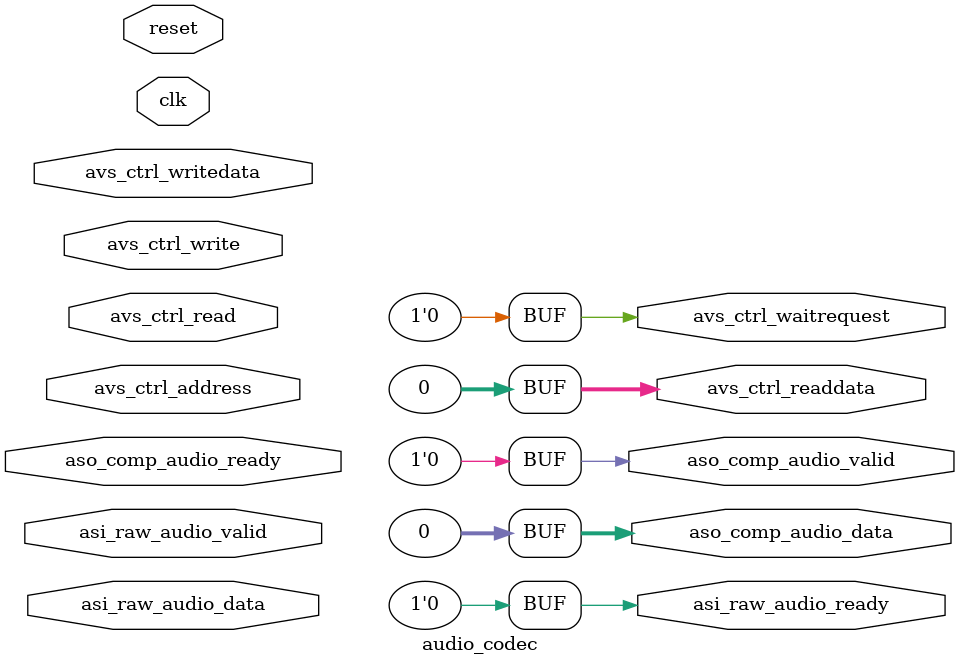
<source format=v>
/********************************************************************
 *                    COPYRIGHT LIP6 2014
 *-----------------------------------------------------------------*/
/** 
 * @file    audio_codec.v
 * @brief   Performs Audio Compression
 *
 * This module perfoms audio compression of raw data received from AvalonST sink and sends
 * the compressed audio via AvalonST source to stream merger module
 *
 * @author  S. Z. Ahmed 	<syed-zahid.ahmed@lip6.fr>
 * @author  L. Lambert  	<laurent.lambert@lip6.fr>
 * @date    Fri. 28 Feb. 2014
 * 
 * Revision History
 * @version  V1.0  Fri. 28 Feb. 2014 {Initial Arch.: Template file created with qsys gui}
 *
 *******************************************************************/

`timescale 1 ps / 1 ps
module audio_codec #(
		parameter AUTO_CLOCK_CLOCK_RATE = "-1"
	) (
		input  wire        clk,                //      clock.clk
		input  wire        reset,              //      reset.reset
		input  wire [31:0] asi_raw_audio_data,       //        raw_audio.data
		output wire        asi_raw_audio_ready,      //           .ready
		input  wire        asi_raw_audio_valid,      //           .valid
		input  wire [7:0]  avs_ctrl_address,     //       ctrl.address
		input  wire        avs_ctrl_read,        //           .read
		output wire [31:0] avs_ctrl_readdata,    //           .readdata
		input  wire        avs_ctrl_write,       //           .write
		input  wire [31:0] avs_ctrl_writedata,   //           .writedata
		output wire        avs_ctrl_waitrequest, //           .waitrequest
		output wire [31:0] aso_comp_audio_data,      // comp_audio.data
		input  wire        aso_comp_audio_ready,     //           .ready
		output wire        aso_comp_audio_valid      //           .valid
	);

	// TODO: Auto-generated HDL template

	assign asi_raw_audio_ready = 1'b0;

	assign avs_ctrl_waitrequest = 1'b0;

	assign avs_ctrl_readdata = 32'b00000000000000000000000000000000;

	assign aso_comp_audio_valid = 1'b0;

	assign aso_comp_audio_data = 32'b00000000000000000000000000000000;

endmodule

</source>
